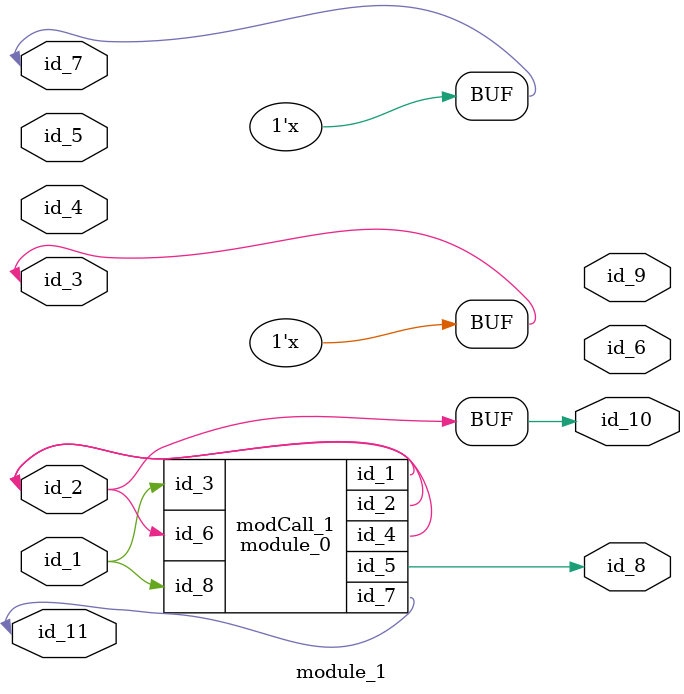
<source format=v>
module module_0 (
    id_1,
    id_2,
    id_3,
    id_4,
    id_5,
    id_6,
    id_7,
    id_8
);
  input wire id_8;
  inout wire id_7;
  input wire id_6;
  output wire id_5;
  output wire id_4;
  input wire id_3;
  inout wire id_2;
  inout wire id_1;
endmodule
module module_1 (
    id_1,
    id_2,
    id_3,
    id_4,
    id_5,
    id_6,
    id_7,
    id_8,
    id_9,
    id_10,
    id_11
);
  inout wire id_11;
  output wire id_10;
  output wire id_9;
  output wire id_8;
  inout wire id_7;
  output wire id_6;
  inout wire id_5;
  input wire id_4;
  inout wire id_3;
  inout wire id_2;
  input wire id_1;
  always @(id_2) begin : LABEL_0
    if (id_5) begin : LABEL_0$display
      ;
    end else id_3 <= id_3;
  end
  module_0 modCall_1 (
      id_2,
      id_2,
      id_1,
      id_2,
      id_8,
      id_2,
      id_11,
      id_1
  );
  assign id_10 = id_2;
  wire id_12;
  assign id_7 = id_3;
endmodule

</source>
